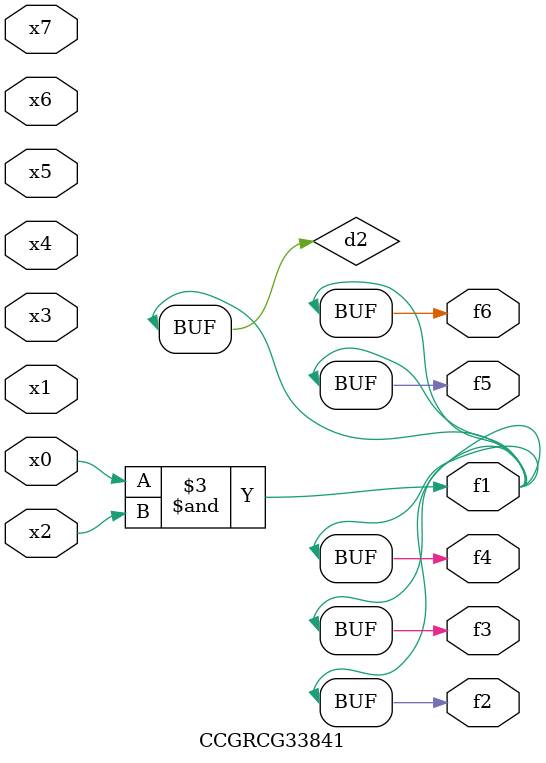
<source format=v>
module CCGRCG33841(
	input x0, x1, x2, x3, x4, x5, x6, x7,
	output f1, f2, f3, f4, f5, f6
);

	wire d1, d2;

	nor (d1, x3, x6);
	and (d2, x0, x2);
	assign f1 = d2;
	assign f2 = d2;
	assign f3 = d2;
	assign f4 = d2;
	assign f5 = d2;
	assign f6 = d2;
endmodule

</source>
